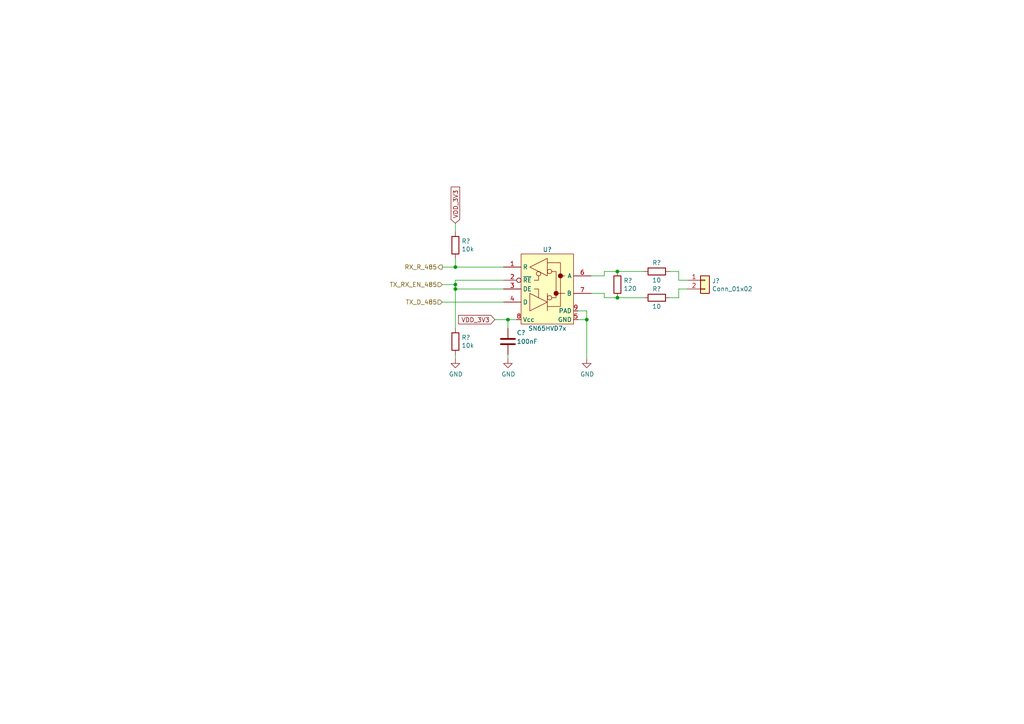
<source format=kicad_sch>
(kicad_sch (version 20211123) (generator eeschema)
  (paper "A4")
  (title_block (title "Open MOtor DRiver Initiative (OMODRI)") (date "2020-12-16") (rev "2.0") (company "LAAS/CNRS"))
  (lib_symbols
    (symbol "Connector_Generic:Conn_01x02" (pin_names (offset 1.016) hide)
      (property "Reference" "J" (at 0 2.54 0))
      (property "Value" "Conn_01x02" (at 0 -5.08 0))
      (symbol "Conn_01x02_1_1"
        (rectangle (start -1.27 -2.413) (end 0 -2.667) (stroke (width 0.1524)))
        (rectangle (start -1.27 0.127) (end 0 -0.127) (stroke (width 0.1524)))
        (rectangle (start -1.27 1.27) (end 1.27 -3.81) (stroke (width 0.254)) (fill (type background)))
        (pin passive line (at -5.08 0 0) (length 3.81) (name "Pin_1") (number "1"))
        (pin passive line (at -5.08 -2.54 0) (length 3.81) (name "Pin_2") (number "2"))
      )
    )
    (symbol "Device:C" (pin_numbers hide) (pin_names (offset 0.254))
      (property "Reference" "C" (at 0.635 2.54 0))
      (property "Value" "C" (at 0.635 -2.54 0))
      (symbol "C_0_1"
        (polyline (pts (xy -2.032 -0.762) (xy 2.032 -0.762)) (stroke (width 0.508)))
        (polyline (pts (xy -2.032 0.762) (xy 2.032 0.762)) (stroke (width 0.508)))
      )
      (symbol "C_1_1"
        (pin passive line (at 0 3.81 270) (length 2.794) (name "~") (number "1"))
        (pin passive line (at 0 -3.81 90) (length 2.794) (name "~") (number "2"))
      )
    )
    (symbol "Device:R" (pin_numbers hide) (pin_names (offset 0))
      (property "Reference" "R" (at 2.032 0 90))
      (property "Value" "R" (at 0 0 90))
      (symbol "R_0_1"
        (rectangle (start -1.016 -2.54) (end 1.016 2.54) (stroke (width 0.254)))
      )
      (symbol "R_1_1"
        (pin passive line (at 0 3.81 270) (length 1.27) (name "~") (number "1"))
        (pin passive line (at 0 -3.81 90) (length 1.27) (name "~") (number "2"))
      )
    )
    (symbol "omodri_lib:SN65HVD7x"
      (property "Reference" "U" (at 0 12.7 0))
      (property "Value" "SN65HVD7x" (at 0 10.16 0))
      (symbol "SN65HVD7x_0_1"
        (rectangle (start -7.62 8.89) (end 7.62 -11.43) (stroke (width 0.1524)) (fill (type background)))
        (circle (center -2.54 3.175) (radius 0.635) (stroke (width 0.1524)))
        (polyline (pts (xy -20.32 7.62) (xy -20.32 7.62)) (stroke (width 0.1524)))
        (polyline (pts (xy 0 -2.54) (xy 0 -7.62)) (stroke (width 0.1524)))
        (polyline (pts (xy 2.54 -2.54) (xy 5.08 -2.54)) (stroke (width 0.1524)))
        (polyline (pts (xy 3.81 2.54) (xy 5.08 2.54)) (stroke (width 0.1524)))
        (polyline (pts (xy -3.81 -1.27) (xy -2.54 -1.27) (xy -2.54 -3.81)) (stroke (width 0.1524)))
        (polyline (pts (xy -3.81 1.27) (xy -2.54 1.27) (xy -2.54 2.54)) (stroke (width 0.1524)))
        (polyline (pts (xy -5.08 -7.62) (xy -5.08 -2.54) (xy 0 -5.08) (xy -5.08 -7.62)) (stroke (width 0.1524)))
        (polyline (pts (xy 0 -6.35) (xy 3.81 -6.35) (xy 3.81 6.35) (xy 0 6.35)) (stroke (width 0.1524)))
        (polyline (pts (xy 0 7.62) (xy 0 2.54) (xy -5.08 5.08) (xy 0 7.62)) (stroke (width 0.1524)))
        (polyline (pts (xy 1.27 -3.81) (xy 2.54 -3.81) (xy 2.54 3.81) (xy 1.27 3.81)) (stroke (width 0.1524)))
        (circle (center 0.635 -3.81) (radius 0.635) (stroke (width 0.1524)))
        (circle (center 0.635 3.81) (radius 0.635) (stroke (width 0.1524)))
        (circle (center 2.54 -2.54) (radius 0.635) (stroke (width 0.1524)) (fill (type outline)))
        (circle (center 3.81 2.54) (radius 0.635) (stroke (width 0.1524)) (fill (type outline)))
      )
      (symbol "SN65HVD7x_1_1"
        (pin output line (at -12.7 5.08 0) (length 5.08) (name "R") (number "1"))
        (pin input inverted (at -12.7 1.27 0) (length 5.08) (name "~{RE}") (number "2"))
        (pin input line (at -12.7 -1.27 0) (length 5.08) (name "DE") (number "3"))
        (pin input line (at -12.7 -5.08 0) (length 5.08) (name "D") (number "4"))
        (pin passive line (at 8.89 -10.16 180) (length 1.27) (name "GND") (number "5"))
        (pin bidirectional line (at 12.7 2.54 180) (length 5.08) (name "A") (number "6"))
        (pin bidirectional line (at 12.7 -2.54 180) (length 5.08) (name "B") (number "7"))
        (pin passive line (at -8.89 -10.16 0) (length 1.27) (name "Vcc") (number "8"))
        (pin passive line (at 8.89 -7.62 180) (length 1.27) (name "PAD") (number "9"))
      )
    )
    (symbol "power:GND" (power) (pin_names (offset 0))
      (property "Value" "GND" (at 0 -3.81 0))
      (symbol "GND_0_1"
        (polyline (pts (xy 0 0) (xy 0 -1.27) (xy 1.27 -1.27) (xy 0 -2.54) (xy -1.27 -1.27) (xy 0 -1.27)))
      )
      (symbol "GND_1_1"
        (pin power_in line (at 0 0 270) (length 0) hide (name "GND") (number "1"))
      )
    )
  )
  (junction (at 147.32 92.71))
  (junction (at 132.08 83.82))
  (junction (at 132.08 77.47))
  (junction (at 170.18 92.71))
  (junction (at 179.07 78.74))
  (junction (at 132.08 82.55))
  (junction (at 179.07 86.36))
  (wire (pts (xy 132.08 83.82) (xy 146.05 83.82)))
  (wire (pts (xy 132.08 74.93) (xy 132.08 77.47)))
  (wire (pts (xy 147.32 104.14) (xy 147.32 102.87)))
  (wire (pts (xy 132.08 82.55) (xy 132.08 83.82)))
  (wire (pts (xy 128.27 82.55) (xy 132.08 82.55)))
  (wire (pts (xy 132.08 81.28) (xy 146.05 81.28)))
  (wire (pts (xy 143.51 92.71) (xy 147.32 92.71)))
  (wire (pts (xy 147.32 92.71) (xy 149.86 92.71)))
  (wire (pts (xy 194.31 78.74) (xy 196.85 78.74)))
  (wire (pts (xy 175.26 85.09) (xy 175.26 86.36)))
  (wire (pts (xy 175.26 86.36) (xy 179.07 86.36)))
  (wire (pts (xy 132.08 64.77) (xy 132.08 67.31)))
  (wire (pts (xy 132.08 83.82) (xy 132.08 95.25)))
  (wire (pts (xy 170.18 92.71) (xy 170.18 104.14)))
  (wire (pts (xy 147.32 92.71) (xy 147.32 95.25)))
  (wire (pts (xy 167.64 90.17) (xy 170.18 90.17)))
  (wire (pts (xy 170.18 90.17) (xy 170.18 92.71)))
  (wire (pts (xy 132.08 77.47) (xy 146.05 77.47)))
  (wire (pts (xy 196.85 78.74) (xy 196.85 81.28)))
  (wire (pts (xy 128.27 87.63) (xy 146.05 87.63)))
  (wire (pts (xy 167.64 92.71) (xy 170.18 92.71)))
  (wire (pts (xy 132.08 81.28) (xy 132.08 82.55)))
  (wire (pts (xy 175.26 80.01) (xy 171.45 80.01)))
  (wire (pts (xy 196.85 81.28) (xy 199.39 81.28)))
  (wire (pts (xy 171.45 85.09) (xy 175.26 85.09)))
  (wire (pts (xy 132.08 104.14) (xy 132.08 102.87)))
  (wire (pts (xy 196.85 83.82) (xy 196.85 86.36)))
  (wire (pts (xy 196.85 86.36) (xy 194.31 86.36)))
  (wire (pts (xy 199.39 83.82) (xy 196.85 83.82)))
  (wire (pts (xy 179.07 86.36) (xy 186.69 86.36)))
  (wire (pts (xy 179.07 78.74) (xy 186.69 78.74)))
  (wire (pts (xy 128.27 77.47) (xy 132.08 77.47)))
  (wire (pts (xy 179.07 78.74) (xy 175.26 78.74)))
  (wire (pts (xy 175.26 78.74) (xy 175.26 80.01)))
  (global_label "VDD_3V3" (shape input) (at 132.08 64.77 90) (property "Références Inter-Feuilles" "${INTERSHEET_REFS}" (effects hide)))
  (global_label "VDD_3V3" (shape input) (at 143.51 92.71 180) (property "Références Inter-Feuilles" "${INTERSHEET_REFS}" (effects hide)))
  (hierarchical_label "RX_R_485" (shape output) (at 128.27 77.47 180))
  (hierarchical_label "TX_RX_EN_485" (shape input) (at 128.27 82.55 180))
  (hierarchical_label "TX_D_485" (shape input) (at 128.27 87.63 180))
  (symbol (lib_id "Device:R") (at 132.08 99.06 180) (unit 1)
    (property "Reference" "R?" (at 133.858 97.8916 0) (effects (justify right)))
    (property "Value" "10k" (at 133.858 100.203 0) (effects (justify right)))
    (property "Footprint" "Resistor_SMD:R_0201_0603Metric" (effects hide))
    (property "DigiKey" "P122414CT-ND" (effects hide))
    (property "Farnell" "2302362" (effects hide))
    (property "Mouser" "667-ERJ-1GNF1002C" (effects hide))
    (property "Part No" "ERJ-1GNF1002C" (effects hide))
    (property "RS" "176-3597" (effects hide))
  )
  (symbol (lib_id "Device:R") (at 190.5 86.36 90) (unit 1)
    (property "Reference" "R?" (at 191.77 83.82 90) (effects (justify left)))
    (property "Value" "10" (at 191.77 88.9 90) (effects (justify left)))
    (property "Footprint" "Resistor_SMD:R_0603_1608Metric" (effects hide))
    (property "DigiKey" "P10.0HTR-ND" (effects hide))
    (property "Farnell" "2302958" (effects hide))
    (property "Mouser" "667-ERJ-3EKF10R0V" (effects hide))
    (property "Part No" "ERJ-3EKF10R0V" (effects hide))
    (property "RS" "176-3533" (effects hide))
  )
  (symbol (lib_id "power:GND") (at 132.08 104.14 0) (unit 1)
    (property "Reference" "#PWR?" (effects hide))
    (property "Value" "GND" (at 132.207 108.5342 0))
  )
  (symbol (lib_id "Device:R") (at 190.5 78.74 90) (unit 1)
    (property "Reference" "R?" (at 191.77 76.2 90) (effects (justify left)))
    (property "Value" "10" (at 191.77 81.28 90) (effects (justify left)))
    (property "Footprint" "Resistor_SMD:R_0603_1608Metric" (effects hide))
    (property "DigiKey" "P10.0HTR-ND" (effects hide))
    (property "Farnell" "2302958" (effects hide))
    (property "Mouser" "667-ERJ-3EKF10R0V" (effects hide))
    (property "Part No" "ERJ-3EKF10R0V" (effects hide))
    (property "RS" "176-3533" (effects hide))
  )
  (symbol (lib_id "power:GND") (at 147.32 104.14 0) (unit 1)
    (property "Reference" "#PWR?" (effects hide))
    (property "Value" "GND" (at 147.447 108.5342 0))
  )
  (symbol (lib_id "Connector_Generic:Conn_01x02") (at 204.47 81.28 0) (unit 1)
    (property "Reference" "J?" (at 206.502 81.4832 0) (effects (justify left)))
    (property "Value" "Conn_01x02" (at 206.502 83.7946 0) (effects (justify left)))
    (property "Footprint" "udriver3:DF132P125H75" (effects hide))
    (property "DigiKey" "H2191-ND" (effects hide))
    (property "Farnell" "2427585" (effects hide))
    (property "Mouser" "798-DF13-2P-1.25DSA" (effects hide))
    (property "Part No" "DF13-2P-1.25DSA" (effects hide))
  )
  (symbol (lib_id "power:GND") (at 170.18 104.14 0) (unit 1)
    (property "Reference" "#PWR?" (effects hide))
    (property "Value" "GND" (at 170.307 108.5342 0))
  )
  (symbol (lib_id "Device:C") (at 147.32 99.06 0) (unit 1)
    (property "Reference" "C?" (at 149.86 96.52 0) (effects (justify left)))
    (property "Value" "100nF" (at 149.86 99.06 0) (effects (justify left)))
    (property "Footprint" "Capacitor_SMD:C_0201_0603Metric" (effects hide))
    (property "DigiKey" "490-14571-1-ND" (effects hide))
    (property "Farnell" "3790414" (effects hide))
    (property "Mouser" "81-GRM033R61E104KE4J" (effects hide))
    (property "Part No" "GRM033R61E104KE14J" (effects hide))
    (property "RS" "185-2066" (effects hide))
    (property "Rated Voltage" "25V" (effects hide))
  )
  (symbol (lib_id "Device:R") (at 179.07 82.55 0) (unit 1)
    (property "Reference" "R?" (at 180.848 81.3816 0) (effects (justify left)))
    (property "Value" "120" (at 180.848 83.693 0) (effects (justify left)))
    (property "Footprint" "Resistor_SMD:R_0201_0603Metric" (effects hide))
    (property "DigiKey" "P122692CT-ND" (effects hide))
    (property "Farnell" "2396857" (effects hide))
    (property "Mouser" "667-ERJ-1GNF1200C" (effects hide))
    (property "Part No" "ERJ-1GNF1200C" (effects hide))
  )
  (symbol (lib_id "omodri_lib:SN65HVD7x") (at 158.75 82.55 0) (unit 1)
    (property "Reference" "U?" (at 158.75 72.39 0))
    (property "Value" "SN65HVD7x" (at 158.75 95.25 0))
    (property "Footprint" "udriver3:VSON-8-1EP_3.0x3.0mm_P0.65mm_EP1.65x2.4mm" (effects hide))
    (property "Datasheet" "https://www.ti.com/lit/ds/symlink/sn65hvd78.pdf" (effects hide))
    (property "DigiKey" "296-35712-2-ND" (effects hide))
    (property "Mouser" "595-SN65HVD78DRBT" (effects hide))
    (property "Part No" "SN65HVD78DRBT" (effects hide))
  )
  (symbol (lib_id "Device:R") (at 132.08 71.12 180) (unit 1)
    (property "Reference" "R?" (at 133.858 69.9516 0) (effects (justify right)))
    (property "Value" "10k" (at 133.858 72.263 0) (effects (justify right)))
    (property "Footprint" "Resistor_SMD:R_0201_0603Metric" (effects hide))
    (property "DigiKey" "P122414CT-ND" (effects hide))
    (property "Farnell" "2302362" (effects hide))
    (property "Mouser" "667-ERJ-1GNF1002C" (effects hide))
    (property "Part No" "ERJ-1GNF1002C" (effects hide))
    (property "RS" "176-3597" (effects hide))
  )
)
</source>
